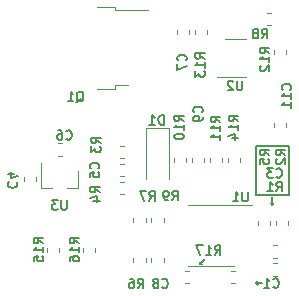
<source format=gbr>
%TF.GenerationSoftware,KiCad,Pcbnew,(5.1.8-0-10_14)*%
%TF.CreationDate,2021-01-24T23:40:28+01:00*%
%TF.ProjectId,clapruptor,636c6170-7275-4707-946f-722e6b696361,rev?*%
%TF.SameCoordinates,Original*%
%TF.FileFunction,Legend,Bot*%
%TF.FilePolarity,Positive*%
%FSLAX46Y46*%
G04 Gerber Fmt 4.6, Leading zero omitted, Abs format (unit mm)*
G04 Created by KiCad (PCBNEW (5.1.8-0-10_14)) date 2021-01-24 23:40:28*
%MOMM*%
%LPD*%
G01*
G04 APERTURE LIST*
%ADD10C,0.155000*%
%ADD11C,0.150000*%
%ADD12C,0.100000*%
G04 APERTURE END LIST*
D10*
X166687500Y-96659700D02*
X166852600Y-96824800D01*
X166687500Y-96659700D02*
X166852600Y-96494600D01*
X167170100Y-96659700D02*
X166687500Y-96659700D01*
X161950400Y-95072200D02*
X162115500Y-95072200D01*
X161950400Y-95072200D02*
X161912300Y-94869000D01*
X162318700Y-94615000D02*
X161950400Y-95072200D01*
X168046400Y-90043000D02*
X168198800Y-89890600D01*
X168046400Y-90043000D02*
X167894000Y-89890600D01*
X168046400Y-89433400D02*
X168046400Y-90043000D01*
D11*
X166624000Y-89230200D02*
X166624000Y-85090000D01*
X169443400Y-89230200D02*
X166624000Y-89230200D01*
X169443400Y-85090000D02*
X169443400Y-89230200D01*
X166624000Y-85090000D02*
X169443400Y-85090000D01*
D12*
%TO.C,R8*%
X167621133Y-73824400D02*
X167963667Y-73824400D01*
X167621133Y-74844400D02*
X167963667Y-74844400D01*
%TO.C,C1*%
X164571833Y-95654400D02*
X164914367Y-95654400D01*
X164571833Y-96674400D02*
X164914367Y-96674400D01*
%TO.C,R9*%
X158828200Y-91191233D02*
X158828200Y-91533767D01*
X157808200Y-91191233D02*
X157808200Y-91533767D01*
%TO.C,R11*%
X162761200Y-86479167D02*
X162761200Y-86136633D01*
X163781200Y-86479167D02*
X163781200Y-86136633D01*
%TO.C,C9*%
X161237200Y-86479167D02*
X161237200Y-86136633D01*
X162257200Y-86479167D02*
X162257200Y-86136633D01*
%TO.C,R14*%
X164285200Y-86479167D02*
X164285200Y-86136633D01*
X165305200Y-86479167D02*
X165305200Y-86136633D01*
%TO.C,R17*%
X160648833Y-95641700D02*
X160991367Y-95641700D01*
X160648833Y-96661700D02*
X160991367Y-96661700D01*
%TO.C,C11*%
X169166000Y-83103933D02*
X169166000Y-83446467D01*
X168146000Y-83103933D02*
X168146000Y-83446467D01*
%TO.C,D1*%
X159305500Y-83578800D02*
X159305500Y-87878800D01*
X157305500Y-83578800D02*
X159305500Y-83578800D01*
X157305500Y-87878800D02*
X157305500Y-83578800D01*
%TO.C,R16*%
X152017000Y-94035667D02*
X152017000Y-93693133D01*
X153037000Y-94035667D02*
X153037000Y-93693133D01*
%TO.C,R15*%
X148994400Y-94035667D02*
X148994400Y-93693133D01*
X150014400Y-94035667D02*
X150014400Y-93693133D01*
%TO.C,R13*%
X161453100Y-75620667D02*
X161453100Y-75278133D01*
X162473100Y-75620667D02*
X162473100Y-75278133D01*
%TO.C,R12*%
X168196800Y-77260267D02*
X168196800Y-76917733D01*
X169216800Y-77260267D02*
X169216800Y-76917733D01*
%TO.C,U3*%
X151617800Y-88682100D02*
X151617800Y-87222100D01*
X148457800Y-88682100D02*
X148457800Y-86522100D01*
X148457800Y-88682100D02*
X149387800Y-88682100D01*
X151617800Y-88682100D02*
X150687800Y-88682100D01*
%TO.C,U2*%
X165791900Y-79245100D02*
X163341900Y-79245100D01*
X163991900Y-76025100D02*
X165791900Y-76025100D01*
%TO.C,U1*%
X162837900Y-90099200D02*
X166287900Y-90099200D01*
X162837900Y-90099200D02*
X160887900Y-90099200D01*
X162837900Y-95219200D02*
X164787900Y-95219200D01*
X162837900Y-95219200D02*
X160887900Y-95219200D01*
%TO.C,R10*%
X159713200Y-86479167D02*
X159713200Y-86136633D01*
X160733200Y-86479167D02*
X160733200Y-86136633D01*
%TO.C,R7*%
X157304200Y-91193833D02*
X157304200Y-91536367D01*
X156284200Y-91193833D02*
X156284200Y-91536367D01*
%TO.C,R6*%
X156284200Y-94899267D02*
X156284200Y-94556733D01*
X157304200Y-94899267D02*
X157304200Y-94556733D01*
%TO.C,R5*%
X167819800Y-91419833D02*
X167819800Y-91762367D01*
X166799800Y-91419833D02*
X166799800Y-91762367D01*
%TO.C,R4*%
X155173893Y-88136000D02*
X155516427Y-88136000D01*
X155173893Y-89156000D02*
X155516427Y-89156000D01*
%TO.C,R3*%
X155516427Y-86108000D02*
X155173893Y-86108000D01*
X155516427Y-85088000D02*
X155173893Y-85088000D01*
%TO.C,R2*%
X169331100Y-91419833D02*
X169331100Y-91762367D01*
X168311100Y-91419833D02*
X168311100Y-91762367D01*
%TO.C,R1*%
X168064333Y-95032100D02*
X168406867Y-95032100D01*
X168064333Y-96052100D02*
X168406867Y-96052100D01*
%TO.C,Q1*%
X154720700Y-79952500D02*
X155820700Y-79952500D01*
X154720700Y-80222500D02*
X154720700Y-79952500D01*
X153220700Y-80222500D02*
X154720700Y-80222500D01*
X154720700Y-73592500D02*
X157550700Y-73592500D01*
X154720700Y-73322500D02*
X154720700Y-73592500D01*
X153220700Y-73322500D02*
X154720700Y-73322500D01*
%TO.C,C8*%
X157808200Y-94901867D02*
X157808200Y-94559333D01*
X158828200Y-94901867D02*
X158828200Y-94559333D01*
%TO.C,C7*%
X159929100Y-75620667D02*
X159929100Y-75278133D01*
X160949100Y-75620667D02*
X160949100Y-75278133D01*
%TO.C,C6*%
X150195067Y-85892100D02*
X149852533Y-85892100D01*
X150195067Y-84872100D02*
X149852533Y-84872100D01*
%TO.C,C5*%
X155173893Y-86612000D02*
X155516427Y-86612000D01*
X155173893Y-87632000D02*
X155516427Y-87632000D01*
%TO.C,C4*%
X146975100Y-88081967D02*
X146975100Y-87739433D01*
X147995100Y-88081967D02*
X147995100Y-87739433D01*
%TO.C,C3*%
X168064333Y-93508100D02*
X168406867Y-93508100D01*
X168064333Y-94528100D02*
X168406867Y-94528100D01*
%TO.C,R8*%
D11*
X167138333Y-75977704D02*
X167405000Y-75596752D01*
X167595476Y-75977704D02*
X167595476Y-75177704D01*
X167290714Y-75177704D01*
X167214523Y-75215800D01*
X167176428Y-75253895D01*
X167138333Y-75330085D01*
X167138333Y-75444371D01*
X167176428Y-75520561D01*
X167214523Y-75558657D01*
X167290714Y-75596752D01*
X167595476Y-75596752D01*
X166681190Y-75520561D02*
X166757380Y-75482466D01*
X166795476Y-75444371D01*
X166833571Y-75368180D01*
X166833571Y-75330085D01*
X166795476Y-75253895D01*
X166757380Y-75215800D01*
X166681190Y-75177704D01*
X166528809Y-75177704D01*
X166452619Y-75215800D01*
X166414523Y-75253895D01*
X166376428Y-75330085D01*
X166376428Y-75368180D01*
X166414523Y-75444371D01*
X166452619Y-75482466D01*
X166528809Y-75520561D01*
X166681190Y-75520561D01*
X166757380Y-75558657D01*
X166795476Y-75596752D01*
X166833571Y-75672942D01*
X166833571Y-75825323D01*
X166795476Y-75901514D01*
X166757380Y-75939609D01*
X166681190Y-75977704D01*
X166528809Y-75977704D01*
X166452619Y-75939609D01*
X166414523Y-75901514D01*
X166376428Y-75825323D01*
X166376428Y-75672942D01*
X166414523Y-75596752D01*
X166452619Y-75558657D01*
X166528809Y-75520561D01*
%TO.C,C1*%
X168103533Y-97021614D02*
X168141628Y-97059709D01*
X168255914Y-97097804D01*
X168332104Y-97097804D01*
X168446390Y-97059709D01*
X168522580Y-96983519D01*
X168560676Y-96907328D01*
X168598771Y-96754947D01*
X168598771Y-96640661D01*
X168560676Y-96488280D01*
X168522580Y-96412090D01*
X168446390Y-96335900D01*
X168332104Y-96297804D01*
X168255914Y-96297804D01*
X168141628Y-96335900D01*
X168103533Y-96373995D01*
X167341628Y-97097804D02*
X167798771Y-97097804D01*
X167570200Y-97097804D02*
X167570200Y-96297804D01*
X167646390Y-96412090D01*
X167722580Y-96488280D01*
X167798771Y-96526376D01*
%TO.C,R9*%
X159569133Y-89693704D02*
X159835800Y-89312752D01*
X160026276Y-89693704D02*
X160026276Y-88893704D01*
X159721514Y-88893704D01*
X159645323Y-88931800D01*
X159607228Y-88969895D01*
X159569133Y-89046085D01*
X159569133Y-89160371D01*
X159607228Y-89236561D01*
X159645323Y-89274657D01*
X159721514Y-89312752D01*
X160026276Y-89312752D01*
X159188180Y-89693704D02*
X159035800Y-89693704D01*
X158959609Y-89655609D01*
X158921514Y-89617514D01*
X158845323Y-89503228D01*
X158807228Y-89350847D01*
X158807228Y-89046085D01*
X158845323Y-88969895D01*
X158883419Y-88931800D01*
X158959609Y-88893704D01*
X159111990Y-88893704D01*
X159188180Y-88931800D01*
X159226276Y-88969895D01*
X159264371Y-89046085D01*
X159264371Y-89236561D01*
X159226276Y-89312752D01*
X159188180Y-89350847D01*
X159111990Y-89388942D01*
X158959609Y-89388942D01*
X158883419Y-89350847D01*
X158845323Y-89312752D01*
X158807228Y-89236561D01*
%TO.C,R11*%
X163645804Y-83051714D02*
X163264852Y-82785047D01*
X163645804Y-82594571D02*
X162845804Y-82594571D01*
X162845804Y-82899333D01*
X162883900Y-82975523D01*
X162921995Y-83013619D01*
X162998185Y-83051714D01*
X163112471Y-83051714D01*
X163188661Y-83013619D01*
X163226757Y-82975523D01*
X163264852Y-82899333D01*
X163264852Y-82594571D01*
X163645804Y-83813619D02*
X163645804Y-83356476D01*
X163645804Y-83585047D02*
X162845804Y-83585047D01*
X162960090Y-83508857D01*
X163036280Y-83432666D01*
X163074376Y-83356476D01*
X163645804Y-84575523D02*
X163645804Y-84118380D01*
X163645804Y-84346952D02*
X162845804Y-84346952D01*
X162960090Y-84270761D01*
X163036280Y-84194571D01*
X163074376Y-84118380D01*
%TO.C,C9*%
X162058314Y-82238866D02*
X162096409Y-82200771D01*
X162134504Y-82086485D01*
X162134504Y-82010295D01*
X162096409Y-81896009D01*
X162020219Y-81819819D01*
X161944028Y-81781723D01*
X161791647Y-81743628D01*
X161677361Y-81743628D01*
X161524980Y-81781723D01*
X161448790Y-81819819D01*
X161372600Y-81896009D01*
X161334504Y-82010295D01*
X161334504Y-82086485D01*
X161372600Y-82200771D01*
X161410695Y-82238866D01*
X162134504Y-82619819D02*
X162134504Y-82772200D01*
X162096409Y-82848390D01*
X162058314Y-82886485D01*
X161944028Y-82962676D01*
X161791647Y-83000771D01*
X161486885Y-83000771D01*
X161410695Y-82962676D01*
X161372600Y-82924580D01*
X161334504Y-82848390D01*
X161334504Y-82696009D01*
X161372600Y-82619819D01*
X161410695Y-82581723D01*
X161486885Y-82543628D01*
X161677361Y-82543628D01*
X161753552Y-82581723D01*
X161791647Y-82619819D01*
X161829742Y-82696009D01*
X161829742Y-82848390D01*
X161791647Y-82924580D01*
X161753552Y-82962676D01*
X161677361Y-83000771D01*
%TO.C,R14*%
X165157104Y-82975514D02*
X164776152Y-82708847D01*
X165157104Y-82518371D02*
X164357104Y-82518371D01*
X164357104Y-82823133D01*
X164395200Y-82899323D01*
X164433295Y-82937419D01*
X164509485Y-82975514D01*
X164623771Y-82975514D01*
X164699961Y-82937419D01*
X164738057Y-82899323D01*
X164776152Y-82823133D01*
X164776152Y-82518371D01*
X165157104Y-83737419D02*
X165157104Y-83280276D01*
X165157104Y-83508847D02*
X164357104Y-83508847D01*
X164471390Y-83432657D01*
X164547580Y-83356466D01*
X164585676Y-83280276D01*
X164623771Y-84423133D02*
X165157104Y-84423133D01*
X164319009Y-84232657D02*
X164890438Y-84042180D01*
X164890438Y-84537419D01*
%TO.C,R17*%
X163175885Y-94291104D02*
X163442552Y-93910152D01*
X163633028Y-94291104D02*
X163633028Y-93491104D01*
X163328266Y-93491104D01*
X163252076Y-93529200D01*
X163213980Y-93567295D01*
X163175885Y-93643485D01*
X163175885Y-93757771D01*
X163213980Y-93833961D01*
X163252076Y-93872057D01*
X163328266Y-93910152D01*
X163633028Y-93910152D01*
X162413980Y-94291104D02*
X162871123Y-94291104D01*
X162642552Y-94291104D02*
X162642552Y-93491104D01*
X162718742Y-93605390D01*
X162794933Y-93681580D01*
X162871123Y-93719676D01*
X162147314Y-93491104D02*
X161613980Y-93491104D01*
X161956838Y-94291104D01*
%TO.C,C11*%
X169551314Y-80333914D02*
X169589409Y-80295819D01*
X169627504Y-80181533D01*
X169627504Y-80105342D01*
X169589409Y-79991057D01*
X169513219Y-79914866D01*
X169437028Y-79876771D01*
X169284647Y-79838676D01*
X169170361Y-79838676D01*
X169017980Y-79876771D01*
X168941790Y-79914866D01*
X168865600Y-79991057D01*
X168827504Y-80105342D01*
X168827504Y-80181533D01*
X168865600Y-80295819D01*
X168903695Y-80333914D01*
X169627504Y-81095819D02*
X169627504Y-80638676D01*
X169627504Y-80867247D02*
X168827504Y-80867247D01*
X168941790Y-80791057D01*
X169017980Y-80714866D01*
X169056076Y-80638676D01*
X169627504Y-81857723D02*
X169627504Y-81400580D01*
X169627504Y-81629152D02*
X168827504Y-81629152D01*
X168941790Y-81552961D01*
X169017980Y-81476771D01*
X169056076Y-81400580D01*
%TO.C,D1*%
X158832476Y-83267504D02*
X158832476Y-82467504D01*
X158642000Y-82467504D01*
X158527714Y-82505600D01*
X158451523Y-82581790D01*
X158413428Y-82657980D01*
X158375333Y-82810361D01*
X158375333Y-82924647D01*
X158413428Y-83077028D01*
X158451523Y-83153219D01*
X158527714Y-83229409D01*
X158642000Y-83267504D01*
X158832476Y-83267504D01*
X157613428Y-83267504D02*
X158070571Y-83267504D01*
X157842000Y-83267504D02*
X157842000Y-82467504D01*
X157918190Y-82581790D01*
X157994380Y-82657980D01*
X158070571Y-82696076D01*
%TO.C,R16*%
X151669704Y-93338714D02*
X151288752Y-93072047D01*
X151669704Y-92881571D02*
X150869704Y-92881571D01*
X150869704Y-93186333D01*
X150907800Y-93262523D01*
X150945895Y-93300619D01*
X151022085Y-93338714D01*
X151136371Y-93338714D01*
X151212561Y-93300619D01*
X151250657Y-93262523D01*
X151288752Y-93186333D01*
X151288752Y-92881571D01*
X151669704Y-94100619D02*
X151669704Y-93643476D01*
X151669704Y-93872047D02*
X150869704Y-93872047D01*
X150983990Y-93795857D01*
X151060180Y-93719666D01*
X151098276Y-93643476D01*
X150869704Y-94786333D02*
X150869704Y-94633952D01*
X150907800Y-94557761D01*
X150945895Y-94519666D01*
X151060180Y-94443476D01*
X151212561Y-94405380D01*
X151517323Y-94405380D01*
X151593514Y-94443476D01*
X151631609Y-94481571D01*
X151669704Y-94557761D01*
X151669704Y-94710142D01*
X151631609Y-94786333D01*
X151593514Y-94824428D01*
X151517323Y-94862523D01*
X151326847Y-94862523D01*
X151250657Y-94824428D01*
X151212561Y-94786333D01*
X151174466Y-94710142D01*
X151174466Y-94557761D01*
X151212561Y-94481571D01*
X151250657Y-94443476D01*
X151326847Y-94405380D01*
%TO.C,R15*%
X148621704Y-93338714D02*
X148240752Y-93072047D01*
X148621704Y-92881571D02*
X147821704Y-92881571D01*
X147821704Y-93186333D01*
X147859800Y-93262523D01*
X147897895Y-93300619D01*
X147974085Y-93338714D01*
X148088371Y-93338714D01*
X148164561Y-93300619D01*
X148202657Y-93262523D01*
X148240752Y-93186333D01*
X148240752Y-92881571D01*
X148621704Y-94100619D02*
X148621704Y-93643476D01*
X148621704Y-93872047D02*
X147821704Y-93872047D01*
X147935990Y-93795857D01*
X148012180Y-93719666D01*
X148050276Y-93643476D01*
X147821704Y-94824428D02*
X147821704Y-94443476D01*
X148202657Y-94405380D01*
X148164561Y-94443476D01*
X148126466Y-94519666D01*
X148126466Y-94710142D01*
X148164561Y-94786333D01*
X148202657Y-94824428D01*
X148278847Y-94862523D01*
X148469323Y-94862523D01*
X148545514Y-94824428D01*
X148583609Y-94786333D01*
X148621704Y-94710142D01*
X148621704Y-94519666D01*
X148583609Y-94443476D01*
X148545514Y-94405380D01*
%TO.C,R13*%
X162312304Y-77692314D02*
X161931352Y-77425647D01*
X162312304Y-77235171D02*
X161512304Y-77235171D01*
X161512304Y-77539933D01*
X161550400Y-77616123D01*
X161588495Y-77654219D01*
X161664685Y-77692314D01*
X161778971Y-77692314D01*
X161855161Y-77654219D01*
X161893257Y-77616123D01*
X161931352Y-77539933D01*
X161931352Y-77235171D01*
X162312304Y-78454219D02*
X162312304Y-77997076D01*
X162312304Y-78225647D02*
X161512304Y-78225647D01*
X161626590Y-78149457D01*
X161702780Y-78073266D01*
X161740876Y-77997076D01*
X161512304Y-78720885D02*
X161512304Y-79216123D01*
X161817066Y-78949457D01*
X161817066Y-79063742D01*
X161855161Y-79139933D01*
X161893257Y-79178028D01*
X161969447Y-79216123D01*
X162159923Y-79216123D01*
X162236114Y-79178028D01*
X162274209Y-79139933D01*
X162312304Y-79063742D01*
X162312304Y-78835171D01*
X162274209Y-78758980D01*
X162236114Y-78720885D01*
%TO.C,R12*%
X167798704Y-77209714D02*
X167417752Y-76943047D01*
X167798704Y-76752571D02*
X166998704Y-76752571D01*
X166998704Y-77057333D01*
X167036800Y-77133523D01*
X167074895Y-77171619D01*
X167151085Y-77209714D01*
X167265371Y-77209714D01*
X167341561Y-77171619D01*
X167379657Y-77133523D01*
X167417752Y-77057333D01*
X167417752Y-76752571D01*
X167798704Y-77971619D02*
X167798704Y-77514476D01*
X167798704Y-77743047D02*
X166998704Y-77743047D01*
X167112990Y-77666857D01*
X167189180Y-77590666D01*
X167227276Y-77514476D01*
X167074895Y-78276380D02*
X167036800Y-78314476D01*
X166998704Y-78390666D01*
X166998704Y-78581142D01*
X167036800Y-78657333D01*
X167074895Y-78695428D01*
X167151085Y-78733523D01*
X167227276Y-78733523D01*
X167341561Y-78695428D01*
X167798704Y-78238285D01*
X167798704Y-78733523D01*
%TO.C,U3*%
X150621923Y-89681104D02*
X150621923Y-90328723D01*
X150583828Y-90404914D01*
X150545733Y-90443009D01*
X150469542Y-90481104D01*
X150317161Y-90481104D01*
X150240971Y-90443009D01*
X150202876Y-90404914D01*
X150164780Y-90328723D01*
X150164780Y-89681104D01*
X149860019Y-89681104D02*
X149364780Y-89681104D01*
X149631447Y-89985866D01*
X149517161Y-89985866D01*
X149440971Y-90023961D01*
X149402876Y-90062057D01*
X149364780Y-90138247D01*
X149364780Y-90328723D01*
X149402876Y-90404914D01*
X149440971Y-90443009D01*
X149517161Y-90481104D01*
X149745733Y-90481104D01*
X149821923Y-90443009D01*
X149860019Y-90404914D01*
%TO.C,U2*%
X165506323Y-79571904D02*
X165506323Y-80219523D01*
X165468228Y-80295714D01*
X165430133Y-80333809D01*
X165353942Y-80371904D01*
X165201561Y-80371904D01*
X165125371Y-80333809D01*
X165087276Y-80295714D01*
X165049180Y-80219523D01*
X165049180Y-79571904D01*
X164706323Y-79648095D02*
X164668228Y-79610000D01*
X164592038Y-79571904D01*
X164401561Y-79571904D01*
X164325371Y-79610000D01*
X164287276Y-79648095D01*
X164249180Y-79724285D01*
X164249180Y-79800476D01*
X164287276Y-79914761D01*
X164744419Y-80371904D01*
X164249180Y-80371904D01*
%TO.C,U1*%
X165963523Y-88969904D02*
X165963523Y-89617523D01*
X165925428Y-89693714D01*
X165887333Y-89731809D01*
X165811142Y-89769904D01*
X165658761Y-89769904D01*
X165582571Y-89731809D01*
X165544476Y-89693714D01*
X165506380Y-89617523D01*
X165506380Y-88969904D01*
X164706380Y-89769904D02*
X165163523Y-89769904D01*
X164934952Y-89769904D02*
X164934952Y-88969904D01*
X165011142Y-89084190D01*
X165087333Y-89160380D01*
X165163523Y-89198476D01*
%TO.C,R10*%
X160534304Y-82975514D02*
X160153352Y-82708847D01*
X160534304Y-82518371D02*
X159734304Y-82518371D01*
X159734304Y-82823133D01*
X159772400Y-82899323D01*
X159810495Y-82937419D01*
X159886685Y-82975514D01*
X160000971Y-82975514D01*
X160077161Y-82937419D01*
X160115257Y-82899323D01*
X160153352Y-82823133D01*
X160153352Y-82518371D01*
X160534304Y-83737419D02*
X160534304Y-83280276D01*
X160534304Y-83508847D02*
X159734304Y-83508847D01*
X159848590Y-83432657D01*
X159924780Y-83356466D01*
X159962876Y-83280276D01*
X159734304Y-84232657D02*
X159734304Y-84308847D01*
X159772400Y-84385038D01*
X159810495Y-84423133D01*
X159886685Y-84461228D01*
X160039066Y-84499323D01*
X160229542Y-84499323D01*
X160381923Y-84461228D01*
X160458114Y-84423133D01*
X160496209Y-84385038D01*
X160534304Y-84308847D01*
X160534304Y-84232657D01*
X160496209Y-84156466D01*
X160458114Y-84118371D01*
X160381923Y-84080276D01*
X160229542Y-84042180D01*
X160039066Y-84042180D01*
X159886685Y-84080276D01*
X159810495Y-84118371D01*
X159772400Y-84156466D01*
X159734304Y-84232657D01*
%TO.C,R7*%
X157613333Y-89719104D02*
X157880000Y-89338152D01*
X158070476Y-89719104D02*
X158070476Y-88919104D01*
X157765714Y-88919104D01*
X157689523Y-88957200D01*
X157651428Y-88995295D01*
X157613333Y-89071485D01*
X157613333Y-89185771D01*
X157651428Y-89261961D01*
X157689523Y-89300057D01*
X157765714Y-89338152D01*
X158070476Y-89338152D01*
X157346666Y-88919104D02*
X156813333Y-88919104D01*
X157156190Y-89719104D01*
%TO.C,R6*%
X156648133Y-97110504D02*
X156914800Y-96729552D01*
X157105276Y-97110504D02*
X157105276Y-96310504D01*
X156800514Y-96310504D01*
X156724323Y-96348600D01*
X156686228Y-96386695D01*
X156648133Y-96462885D01*
X156648133Y-96577171D01*
X156686228Y-96653361D01*
X156724323Y-96691457D01*
X156800514Y-96729552D01*
X157105276Y-96729552D01*
X155962419Y-96310504D02*
X156114800Y-96310504D01*
X156190990Y-96348600D01*
X156229085Y-96386695D01*
X156305276Y-96500980D01*
X156343371Y-96653361D01*
X156343371Y-96958123D01*
X156305276Y-97034314D01*
X156267180Y-97072409D01*
X156190990Y-97110504D01*
X156038609Y-97110504D01*
X155962419Y-97072409D01*
X155924323Y-97034314D01*
X155886228Y-96958123D01*
X155886228Y-96767647D01*
X155924323Y-96691457D01*
X155962419Y-96653361D01*
X156038609Y-96615266D01*
X156190990Y-96615266D01*
X156267180Y-96653361D01*
X156305276Y-96691457D01*
X156343371Y-96767647D01*
%TO.C,R5*%
X167773304Y-85871066D02*
X167392352Y-85604400D01*
X167773304Y-85413923D02*
X166973304Y-85413923D01*
X166973304Y-85718685D01*
X167011400Y-85794876D01*
X167049495Y-85832971D01*
X167125685Y-85871066D01*
X167239971Y-85871066D01*
X167316161Y-85832971D01*
X167354257Y-85794876D01*
X167392352Y-85718685D01*
X167392352Y-85413923D01*
X166973304Y-86594876D02*
X166973304Y-86213923D01*
X167354257Y-86175828D01*
X167316161Y-86213923D01*
X167278066Y-86290114D01*
X167278066Y-86480590D01*
X167316161Y-86556780D01*
X167354257Y-86594876D01*
X167430447Y-86632971D01*
X167620923Y-86632971D01*
X167697114Y-86594876D01*
X167735209Y-86556780D01*
X167773304Y-86480590D01*
X167773304Y-86290114D01*
X167735209Y-86213923D01*
X167697114Y-86175828D01*
%TO.C,R4*%
X153422304Y-89020666D02*
X153041352Y-88754000D01*
X153422304Y-88563523D02*
X152622304Y-88563523D01*
X152622304Y-88868285D01*
X152660400Y-88944476D01*
X152698495Y-88982571D01*
X152774685Y-89020666D01*
X152888971Y-89020666D01*
X152965161Y-88982571D01*
X153003257Y-88944476D01*
X153041352Y-88868285D01*
X153041352Y-88563523D01*
X152888971Y-89706380D02*
X153422304Y-89706380D01*
X152584209Y-89515904D02*
X153155638Y-89325428D01*
X153155638Y-89820666D01*
%TO.C,R3*%
X153523904Y-84855066D02*
X153142952Y-84588400D01*
X153523904Y-84397923D02*
X152723904Y-84397923D01*
X152723904Y-84702685D01*
X152762000Y-84778876D01*
X152800095Y-84816971D01*
X152876285Y-84855066D01*
X152990571Y-84855066D01*
X153066761Y-84816971D01*
X153104857Y-84778876D01*
X153142952Y-84702685D01*
X153142952Y-84397923D01*
X152723904Y-85121733D02*
X152723904Y-85616971D01*
X153028666Y-85350304D01*
X153028666Y-85464590D01*
X153066761Y-85540780D01*
X153104857Y-85578876D01*
X153181047Y-85616971D01*
X153371523Y-85616971D01*
X153447714Y-85578876D01*
X153485809Y-85540780D01*
X153523904Y-85464590D01*
X153523904Y-85236019D01*
X153485809Y-85159828D01*
X153447714Y-85121733D01*
%TO.C,R2*%
X169144904Y-85871066D02*
X168763952Y-85604400D01*
X169144904Y-85413923D02*
X168344904Y-85413923D01*
X168344904Y-85718685D01*
X168383000Y-85794876D01*
X168421095Y-85832971D01*
X168497285Y-85871066D01*
X168611571Y-85871066D01*
X168687761Y-85832971D01*
X168725857Y-85794876D01*
X168763952Y-85718685D01*
X168763952Y-85413923D01*
X168421095Y-86175828D02*
X168383000Y-86213923D01*
X168344904Y-86290114D01*
X168344904Y-86480590D01*
X168383000Y-86556780D01*
X168421095Y-86594876D01*
X168497285Y-86632971D01*
X168573476Y-86632971D01*
X168687761Y-86594876D01*
X169144904Y-86137733D01*
X169144904Y-86632971D01*
%TO.C,R1*%
X168368933Y-88931704D02*
X168635600Y-88550752D01*
X168826076Y-88931704D02*
X168826076Y-88131704D01*
X168521314Y-88131704D01*
X168445123Y-88169800D01*
X168407028Y-88207895D01*
X168368933Y-88284085D01*
X168368933Y-88398371D01*
X168407028Y-88474561D01*
X168445123Y-88512657D01*
X168521314Y-88550752D01*
X168826076Y-88550752D01*
X167607028Y-88931704D02*
X168064171Y-88931704D01*
X167835600Y-88931704D02*
X167835600Y-88131704D01*
X167911790Y-88245990D01*
X167987980Y-88322180D01*
X168064171Y-88360276D01*
%TO.C,Q1*%
X151460190Y-81362495D02*
X151536380Y-81324400D01*
X151612571Y-81248209D01*
X151726857Y-81133923D01*
X151803047Y-81095828D01*
X151879238Y-81095828D01*
X151841142Y-81286304D02*
X151917333Y-81248209D01*
X151993523Y-81172019D01*
X152031619Y-81019638D01*
X152031619Y-80752971D01*
X151993523Y-80600590D01*
X151917333Y-80524400D01*
X151841142Y-80486304D01*
X151688761Y-80486304D01*
X151612571Y-80524400D01*
X151536380Y-80600590D01*
X151498285Y-80752971D01*
X151498285Y-81019638D01*
X151536380Y-81172019D01*
X151612571Y-81248209D01*
X151688761Y-81286304D01*
X151841142Y-81286304D01*
X150736380Y-81286304D02*
X151193523Y-81286304D01*
X150964952Y-81286304D02*
X150964952Y-80486304D01*
X151041142Y-80600590D01*
X151117333Y-80676780D01*
X151193523Y-80714876D01*
%TO.C,C8*%
X158705533Y-97034314D02*
X158743628Y-97072409D01*
X158857914Y-97110504D01*
X158934104Y-97110504D01*
X159048390Y-97072409D01*
X159124580Y-96996219D01*
X159162676Y-96920028D01*
X159200771Y-96767647D01*
X159200771Y-96653361D01*
X159162676Y-96500980D01*
X159124580Y-96424790D01*
X159048390Y-96348600D01*
X158934104Y-96310504D01*
X158857914Y-96310504D01*
X158743628Y-96348600D01*
X158705533Y-96386695D01*
X158248390Y-96653361D02*
X158324580Y-96615266D01*
X158362676Y-96577171D01*
X158400771Y-96500980D01*
X158400771Y-96462885D01*
X158362676Y-96386695D01*
X158324580Y-96348600D01*
X158248390Y-96310504D01*
X158096009Y-96310504D01*
X158019819Y-96348600D01*
X157981723Y-96386695D01*
X157943628Y-96462885D01*
X157943628Y-96500980D01*
X157981723Y-96577171D01*
X158019819Y-96615266D01*
X158096009Y-96653361D01*
X158248390Y-96653361D01*
X158324580Y-96691457D01*
X158362676Y-96729552D01*
X158400771Y-96805742D01*
X158400771Y-96958123D01*
X158362676Y-97034314D01*
X158324580Y-97072409D01*
X158248390Y-97110504D01*
X158096009Y-97110504D01*
X158019819Y-97072409D01*
X157981723Y-97034314D01*
X157943628Y-96958123D01*
X157943628Y-96805742D01*
X157981723Y-96729552D01*
X158019819Y-96691457D01*
X158096009Y-96653361D01*
%TO.C,C7*%
X160712114Y-77844666D02*
X160750209Y-77806571D01*
X160788304Y-77692285D01*
X160788304Y-77616095D01*
X160750209Y-77501809D01*
X160674019Y-77425619D01*
X160597828Y-77387523D01*
X160445447Y-77349428D01*
X160331161Y-77349428D01*
X160178780Y-77387523D01*
X160102590Y-77425619D01*
X160026400Y-77501809D01*
X159988304Y-77616095D01*
X159988304Y-77692285D01*
X160026400Y-77806571D01*
X160064495Y-77844666D01*
X159988304Y-78111333D02*
X159988304Y-78644666D01*
X160788304Y-78301809D01*
%TO.C,C6*%
X150577533Y-84486714D02*
X150615628Y-84524809D01*
X150729914Y-84562904D01*
X150806104Y-84562904D01*
X150920390Y-84524809D01*
X150996580Y-84448619D01*
X151034676Y-84372428D01*
X151072771Y-84220047D01*
X151072771Y-84105761D01*
X151034676Y-83953380D01*
X150996580Y-83877190D01*
X150920390Y-83801000D01*
X150806104Y-83762904D01*
X150729914Y-83762904D01*
X150615628Y-83801000D01*
X150577533Y-83839095D01*
X149891819Y-83762904D02*
X150044200Y-83762904D01*
X150120390Y-83801000D01*
X150158485Y-83839095D01*
X150234676Y-83953380D01*
X150272771Y-84105761D01*
X150272771Y-84410523D01*
X150234676Y-84486714D01*
X150196580Y-84524809D01*
X150120390Y-84562904D01*
X149968009Y-84562904D01*
X149891819Y-84524809D01*
X149853723Y-84486714D01*
X149815628Y-84410523D01*
X149815628Y-84220047D01*
X149853723Y-84143857D01*
X149891819Y-84105761D01*
X149968009Y-84067666D01*
X150120390Y-84067666D01*
X150196580Y-84105761D01*
X150234676Y-84143857D01*
X150272771Y-84220047D01*
%TO.C,C5*%
X153295314Y-86988666D02*
X153333409Y-86950571D01*
X153371504Y-86836285D01*
X153371504Y-86760095D01*
X153333409Y-86645809D01*
X153257219Y-86569619D01*
X153181028Y-86531523D01*
X153028647Y-86493428D01*
X152914361Y-86493428D01*
X152761980Y-86531523D01*
X152685790Y-86569619D01*
X152609600Y-86645809D01*
X152571504Y-86760095D01*
X152571504Y-86836285D01*
X152609600Y-86950571D01*
X152647695Y-86988666D01*
X152571504Y-87712476D02*
X152571504Y-87331523D01*
X152952457Y-87293428D01*
X152914361Y-87331523D01*
X152876266Y-87407714D01*
X152876266Y-87598190D01*
X152914361Y-87674380D01*
X152952457Y-87712476D01*
X153028647Y-87750571D01*
X153219123Y-87750571D01*
X153295314Y-87712476D01*
X153333409Y-87674380D01*
X153371504Y-87598190D01*
X153371504Y-87407714D01*
X153333409Y-87331523D01*
X153295314Y-87293428D01*
%TO.C,C4*%
X145738885Y-88118933D02*
X145700790Y-88157028D01*
X145662695Y-88271314D01*
X145662695Y-88347504D01*
X145700790Y-88461790D01*
X145776980Y-88537980D01*
X145853171Y-88576076D01*
X146005552Y-88614171D01*
X146119838Y-88614171D01*
X146272219Y-88576076D01*
X146348409Y-88537980D01*
X146424600Y-88461790D01*
X146462695Y-88347504D01*
X146462695Y-88271314D01*
X146424600Y-88157028D01*
X146386504Y-88118933D01*
X146196028Y-87433219D02*
X145662695Y-87433219D01*
X146500790Y-87623695D02*
X145929361Y-87814171D01*
X145929361Y-87318933D01*
%TO.C,C3*%
X168382933Y-87687114D02*
X168421028Y-87725209D01*
X168535314Y-87763304D01*
X168611504Y-87763304D01*
X168725790Y-87725209D01*
X168801980Y-87649019D01*
X168840076Y-87572828D01*
X168878171Y-87420447D01*
X168878171Y-87306161D01*
X168840076Y-87153780D01*
X168801980Y-87077590D01*
X168725790Y-87001400D01*
X168611504Y-86963304D01*
X168535314Y-86963304D01*
X168421028Y-87001400D01*
X168382933Y-87039495D01*
X168116266Y-86963304D02*
X167621028Y-86963304D01*
X167887695Y-87268066D01*
X167773409Y-87268066D01*
X167697219Y-87306161D01*
X167659123Y-87344257D01*
X167621028Y-87420447D01*
X167621028Y-87610923D01*
X167659123Y-87687114D01*
X167697219Y-87725209D01*
X167773409Y-87763304D01*
X168001980Y-87763304D01*
X168078171Y-87725209D01*
X168116266Y-87687114D01*
%TD*%
M02*

</source>
